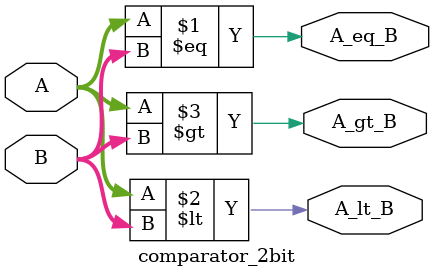
<source format=v>
`timescale 1ns / 1ps
module comparator_2bit (
    input  [1:0] A,      
    input [1:0] B,      
    output  A_eq_B,      
    output  A_lt_B,      
    output A_gt_B       
);

    
    assign A_eq_B = (A == B); 
    assign A_lt_B = (A < B);  
    assign A_gt_B = (A > B);  

endmodule



</source>
